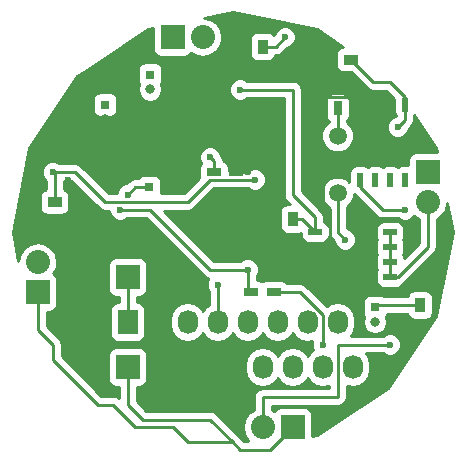
<source format=gbr>
G04 #@! TF.FileFunction,Copper,L2,Bot,Signal*
%FSLAX46Y46*%
G04 Gerber Fmt 4.6, Leading zero omitted, Abs format (unit mm)*
G04 Created by KiCad (PCBNEW 4.0.3+e1-6302~38~ubuntu16.04.1-stable) date Mon Aug 29 22:27:36 2016*
%MOMM*%
%LPD*%
G01*
G04 APERTURE LIST*
%ADD10C,0.100000*%
%ADD11C,1.501140*%
%ADD12R,1.200000X0.750000*%
%ADD13R,0.750000X1.200000*%
%ADD14R,1.727200X2.032000*%
%ADD15O,1.727200X2.032000*%
%ADD16R,0.800000X0.800000*%
%ADD17O,0.800000X0.800000*%
%ADD18R,0.797560X0.797560*%
%ADD19R,2.032000X2.032000*%
%ADD20O,2.032000X2.032000*%
%ADD21R,1.143000X0.508000*%
%ADD22R,0.508000X1.143000*%
%ADD23R,0.900000X1.200000*%
%ADD24R,1.200000X0.900000*%
%ADD25C,0.600000*%
%ADD26C,0.250000*%
%ADD27C,0.254000*%
G04 APERTURE END LIST*
D10*
D11*
X88900000Y-80545940D03*
X88900000Y-75664060D03*
D12*
X78425000Y-78740000D03*
X80325000Y-78740000D03*
D13*
X88900000Y-71440000D03*
X88900000Y-73340000D03*
D12*
X83500000Y-88900000D03*
X81600000Y-88900000D03*
D14*
X71120000Y-91440000D03*
D15*
X73660000Y-91440000D03*
X76200000Y-91440000D03*
X78740000Y-91440000D03*
X81280000Y-91440000D03*
X83820000Y-91440000D03*
X86360000Y-91440000D03*
X88900000Y-91440000D03*
D14*
X77470000Y-95250000D03*
D15*
X80010000Y-95250000D03*
X82550000Y-95250000D03*
X85090000Y-95250000D03*
X87630000Y-95250000D03*
X90170000Y-95250000D03*
D16*
X73025000Y-70485000D03*
D17*
X73025000Y-71735000D03*
D16*
X69215000Y-73025000D03*
D17*
X69215000Y-74275000D03*
D18*
X72910700Y-80010000D03*
X74409300Y-80010000D03*
D19*
X63500000Y-88900000D03*
D20*
X63500000Y-86360000D03*
D19*
X74930000Y-67310000D03*
D20*
X77470000Y-67310000D03*
D19*
X96520000Y-78740000D03*
D20*
X96520000Y-81280000D03*
D19*
X85090000Y-100330000D03*
D20*
X82550000Y-100330000D03*
D19*
X71120000Y-87630000D03*
D20*
X73660000Y-87630000D03*
D19*
X71120000Y-95250000D03*
D20*
X73660000Y-95250000D03*
D21*
X93345000Y-87630000D03*
X93345000Y-86360000D03*
X93345000Y-85090000D03*
X93345000Y-83820000D03*
X86995000Y-83820000D03*
X86995000Y-85090000D03*
X86995000Y-86360000D03*
X86995000Y-87630000D03*
D22*
X90805000Y-79375000D03*
X92075000Y-79375000D03*
X93345000Y-79375000D03*
X94615000Y-79375000D03*
X94615000Y-73025000D03*
X93345000Y-73025000D03*
X92075000Y-73025000D03*
X90805000Y-73025000D03*
D23*
X95885000Y-90000000D03*
X95885000Y-87800000D03*
D24*
X67140000Y-81280000D03*
X64940000Y-81280000D03*
D23*
X82550000Y-70315000D03*
X82550000Y-68115000D03*
X85090000Y-84920000D03*
X85090000Y-82720000D03*
D24*
X87800000Y-69215000D03*
X90000000Y-69215000D03*
D16*
X92075000Y-90170000D03*
D17*
X92075000Y-91420000D03*
D25*
X89535000Y-84455000D03*
X78105000Y-82550000D03*
X75565000Y-80010000D03*
X90805000Y-88900000D03*
X81280000Y-78740000D03*
X88265000Y-88900000D03*
X86360000Y-72390000D03*
X66040000Y-79375000D03*
X83820000Y-70485000D03*
X86995000Y-76835000D03*
X75184000Y-77724000D03*
X78105000Y-77470000D03*
X87630000Y-93345000D03*
X70485000Y-81915000D03*
X81280000Y-86995000D03*
X81915000Y-79375000D03*
X64770000Y-78740000D03*
X84455000Y-67310000D03*
X80645000Y-71755000D03*
X93980000Y-74930000D03*
X78740000Y-88265000D03*
X71120000Y-80645000D03*
X93345000Y-93345000D03*
X94615000Y-81915000D03*
D26*
X88900000Y-80545940D02*
X88900000Y-83820000D01*
X88900000Y-83820000D02*
X89535000Y-84455000D01*
X88900000Y-73340000D02*
X88900000Y-75664060D01*
X71120000Y-87630000D02*
X71120000Y-91440000D01*
X86995000Y-86360000D02*
X86995000Y-87630000D01*
X74409300Y-80010000D02*
X75565000Y-80010000D01*
X82550000Y-82550000D02*
X84920000Y-84920000D01*
X78105000Y-82550000D02*
X82550000Y-82550000D01*
X84920000Y-84920000D02*
X85090000Y-84920000D01*
X95885000Y-87800000D02*
X95080000Y-87800000D01*
X93980000Y-88900000D02*
X90805000Y-88900000D01*
X95080000Y-87800000D02*
X93980000Y-88900000D01*
X81280000Y-78740000D02*
X80325000Y-78740000D01*
X75184000Y-77724000D02*
X75184000Y-79235300D01*
X75184000Y-79235300D02*
X74409300Y-80010000D01*
X87800000Y-69215000D02*
X87800000Y-70340000D01*
X87800000Y-70340000D02*
X88900000Y-71440000D01*
X88265000Y-88900000D02*
X86995000Y-87630000D01*
X88900000Y-71440000D02*
X89220000Y-71440000D01*
X89220000Y-71440000D02*
X90805000Y-73025000D01*
X86360000Y-72390000D02*
X86360000Y-73025000D01*
X86995000Y-73660000D02*
X86995000Y-76835000D01*
X86360000Y-73025000D02*
X86995000Y-73660000D01*
X92075000Y-73025000D02*
X93345000Y-73025000D01*
X93345000Y-73025000D02*
X90805000Y-73025000D01*
X90805000Y-73025000D02*
X90170000Y-72390000D01*
X90170000Y-72390000D02*
X86360000Y-72390000D01*
X85090000Y-84920000D02*
X85090000Y-85725000D01*
X85090000Y-85725000D02*
X86995000Y-87630000D01*
X86995000Y-85090000D02*
X86995000Y-87630000D01*
X86995000Y-76835000D02*
X86995000Y-78105000D01*
X86995000Y-78105000D02*
X87630000Y-78740000D01*
X87630000Y-78740000D02*
X87630000Y-81280000D01*
X87630000Y-81280000D02*
X88265000Y-81915000D01*
X88265000Y-81915000D02*
X88265000Y-84455000D01*
X88265000Y-84455000D02*
X87630000Y-85090000D01*
X87630000Y-85090000D02*
X86995000Y-85090000D01*
X67140000Y-81280000D02*
X67140000Y-80475000D01*
X67140000Y-80475000D02*
X66040000Y-79375000D01*
X82550000Y-70315000D02*
X83650000Y-70315000D01*
X83650000Y-70315000D02*
X83820000Y-70485000D01*
X69215000Y-74275000D02*
X73767000Y-74275000D01*
X75184000Y-75692000D02*
X75184000Y-77724000D01*
X73767000Y-74275000D02*
X75184000Y-75692000D01*
X73660000Y-95250000D02*
X80010000Y-95250000D01*
X73660000Y-87630000D02*
X73660000Y-95250000D01*
X78425000Y-77790000D02*
X78425000Y-78740000D01*
X78105000Y-77470000D02*
X78425000Y-77790000D01*
X83500000Y-88900000D02*
X85725000Y-88900000D01*
X87630000Y-90805000D02*
X87630000Y-93345000D01*
X85725000Y-88900000D02*
X87630000Y-90805000D01*
X81280000Y-86995000D02*
X81280000Y-88580000D01*
X81280000Y-88580000D02*
X81600000Y-88900000D01*
X73025000Y-81915000D02*
X70485000Y-81915000D01*
X78105000Y-86995000D02*
X73025000Y-81915000D01*
X81280000Y-86995000D02*
X78105000Y-86995000D01*
X64770000Y-78740000D02*
X66675000Y-78740000D01*
X78105000Y-79375000D02*
X81915000Y-79375000D01*
X76200000Y-81280000D02*
X78105000Y-79375000D01*
X69215000Y-81280000D02*
X76200000Y-81280000D01*
X66675000Y-78740000D02*
X69215000Y-81280000D01*
X64940000Y-81280000D02*
X64940000Y-78910000D01*
X64940000Y-78910000D02*
X64770000Y-78740000D01*
X95885000Y-90000000D02*
X92245000Y-90000000D01*
X92245000Y-90000000D02*
X92075000Y-90170000D01*
X82550000Y-68115000D02*
X83650000Y-68115000D01*
X83650000Y-68115000D02*
X84455000Y-67310000D01*
X85090000Y-82720000D02*
X85895000Y-82720000D01*
X85895000Y-82720000D02*
X86995000Y-83820000D01*
X86995000Y-82550000D02*
X86995000Y-83820000D01*
X85090000Y-80645000D02*
X86995000Y-82550000D01*
X85090000Y-71755000D02*
X85090000Y-80645000D01*
X80645000Y-71755000D02*
X85090000Y-71755000D01*
X94615000Y-73025000D02*
X94615000Y-72390000D01*
X91905000Y-71120000D02*
X90000000Y-69215000D01*
X93345000Y-71120000D02*
X91905000Y-71120000D01*
X94615000Y-72390000D02*
X93345000Y-71120000D01*
X94615000Y-73025000D02*
X94615000Y-74295000D01*
X94615000Y-74295000D02*
X93980000Y-74930000D01*
X78740000Y-88265000D02*
X78740000Y-91440000D01*
X71120000Y-95250000D02*
X71120000Y-98425000D01*
X78105000Y-99695000D02*
X80010000Y-101600000D01*
X72390000Y-99695000D02*
X78105000Y-99695000D01*
X71120000Y-98425000D02*
X72390000Y-99695000D01*
X63500000Y-88900000D02*
X63500000Y-92075000D01*
X83185000Y-102235000D02*
X85090000Y-100330000D01*
X80645000Y-102235000D02*
X83185000Y-102235000D01*
X80010000Y-101600000D02*
X80645000Y-102235000D01*
X76200000Y-101600000D02*
X80010000Y-101600000D01*
X74930000Y-100330000D02*
X76200000Y-101600000D01*
X71755000Y-100330000D02*
X74930000Y-100330000D01*
X69850000Y-98425000D02*
X71755000Y-100330000D01*
X68580000Y-98425000D02*
X69850000Y-98425000D01*
X64770000Y-94615000D02*
X68580000Y-98425000D01*
X64770000Y-93345000D02*
X64770000Y-94615000D01*
X63500000Y-92075000D02*
X64770000Y-93345000D01*
X71755000Y-80010000D02*
X72910700Y-80010000D01*
X71120000Y-80645000D02*
X71755000Y-80010000D01*
X93345000Y-83820000D02*
X93345000Y-87630000D01*
X96520000Y-81280000D02*
X96520000Y-85090000D01*
X93980000Y-87630000D02*
X93345000Y-87630000D01*
X96520000Y-85090000D02*
X93980000Y-87630000D01*
X90805000Y-79375000D02*
X90805000Y-80010000D01*
X82550000Y-97790000D02*
X82550000Y-100330000D01*
X88900000Y-97790000D02*
X82550000Y-97790000D01*
X88900000Y-93345000D02*
X88900000Y-97790000D01*
X93345000Y-93345000D02*
X88900000Y-93345000D01*
X92710000Y-81915000D02*
X94615000Y-81915000D01*
X90805000Y-80010000D02*
X92710000Y-81915000D01*
D27*
G36*
X87138539Y-66610184D02*
X89395698Y-68118369D01*
X89164683Y-68161838D01*
X88948559Y-68300910D01*
X88803569Y-68513110D01*
X88752560Y-68765000D01*
X88752560Y-69665000D01*
X88796838Y-69900317D01*
X88935910Y-70116441D01*
X89148110Y-70261431D01*
X89400000Y-70312440D01*
X90022638Y-70312440D01*
X91367599Y-71657401D01*
X91614161Y-71822148D01*
X91905000Y-71880000D01*
X93030198Y-71880000D01*
X93713560Y-72563362D01*
X93713560Y-73596500D01*
X93757838Y-73831817D01*
X93853977Y-73981221D01*
X93840320Y-73994878D01*
X93794833Y-73994838D01*
X93451057Y-74136883D01*
X93187808Y-74399673D01*
X93045162Y-74743201D01*
X93044838Y-75115167D01*
X93186883Y-75458943D01*
X93449673Y-75722192D01*
X93793201Y-75864838D01*
X94165167Y-75865162D01*
X94508943Y-75723117D01*
X94772192Y-75460327D01*
X94914838Y-75116799D01*
X94914879Y-75069923D01*
X95152401Y-74832401D01*
X95317148Y-74585839D01*
X95375000Y-74295000D01*
X95375000Y-73980740D01*
X95391973Y-73955900D01*
X97219816Y-76691461D01*
X97296417Y-77076560D01*
X95504000Y-77076560D01*
X95268683Y-77120838D01*
X95052559Y-77259910D01*
X94907569Y-77472110D01*
X94856560Y-77724000D01*
X94856560Y-78156060D01*
X94361000Y-78156060D01*
X94125683Y-78200338D01*
X93979093Y-78294666D01*
X93850890Y-78207069D01*
X93599000Y-78156060D01*
X93091000Y-78156060D01*
X92855683Y-78200338D01*
X92709093Y-78294666D01*
X92580890Y-78207069D01*
X92329000Y-78156060D01*
X91821000Y-78156060D01*
X91585683Y-78200338D01*
X91439093Y-78294666D01*
X91310890Y-78207069D01*
X91059000Y-78156060D01*
X90551000Y-78156060D01*
X90315683Y-78200338D01*
X90099559Y-78339410D01*
X89954569Y-78551610D01*
X89903560Y-78803500D01*
X89903560Y-79590049D01*
X89685887Y-79371996D01*
X89176816Y-79160611D01*
X88625602Y-79160130D01*
X88116163Y-79370626D01*
X87726056Y-79760053D01*
X87514671Y-80269124D01*
X87514190Y-80820338D01*
X87724686Y-81329777D01*
X88114113Y-81719884D01*
X88140000Y-81730633D01*
X88140000Y-83284587D01*
X88030590Y-83114559D01*
X87818390Y-82969569D01*
X87755000Y-82956732D01*
X87755000Y-82550000D01*
X87697148Y-82259161D01*
X87532401Y-82012599D01*
X85850000Y-80330198D01*
X85850000Y-75938458D01*
X87514190Y-75938458D01*
X87724686Y-76447897D01*
X88114113Y-76838004D01*
X88623184Y-77049389D01*
X89174398Y-77049870D01*
X89683837Y-76839374D01*
X90073944Y-76449947D01*
X90285329Y-75940876D01*
X90285810Y-75389662D01*
X90075314Y-74880223D01*
X89685887Y-74490116D01*
X89660000Y-74479367D01*
X89660000Y-74446844D01*
X89726441Y-74404090D01*
X89871431Y-74191890D01*
X89922440Y-73940000D01*
X89922440Y-72740000D01*
X89878162Y-72504683D01*
X89739090Y-72288559D01*
X89526890Y-72143569D01*
X89275000Y-72092560D01*
X88525000Y-72092560D01*
X88289683Y-72136838D01*
X88073559Y-72275910D01*
X87928569Y-72488110D01*
X87877560Y-72740000D01*
X87877560Y-73940000D01*
X87921838Y-74175317D01*
X88060910Y-74391441D01*
X88140000Y-74445481D01*
X88140000Y-74478897D01*
X88116163Y-74488746D01*
X87726056Y-74878173D01*
X87514671Y-75387244D01*
X87514190Y-75938458D01*
X85850000Y-75938458D01*
X85850000Y-71755000D01*
X85792148Y-71464161D01*
X85627401Y-71217599D01*
X85380839Y-71052852D01*
X85090000Y-70995000D01*
X81207463Y-70995000D01*
X81175327Y-70962808D01*
X80831799Y-70820162D01*
X80459833Y-70819838D01*
X80116057Y-70961883D01*
X79852808Y-71224673D01*
X79710162Y-71568201D01*
X79709838Y-71940167D01*
X79851883Y-72283943D01*
X80114673Y-72547192D01*
X80458201Y-72689838D01*
X80830167Y-72690162D01*
X81173943Y-72548117D01*
X81207118Y-72515000D01*
X84330000Y-72515000D01*
X84330000Y-80645000D01*
X84387852Y-80935839D01*
X84552599Y-81182401D01*
X84842758Y-81472560D01*
X84640000Y-81472560D01*
X84404683Y-81516838D01*
X84188559Y-81655910D01*
X84043569Y-81868110D01*
X83992560Y-82120000D01*
X83992560Y-83320000D01*
X84036838Y-83555317D01*
X84175910Y-83771441D01*
X84388110Y-83916431D01*
X84640000Y-83967440D01*
X85540000Y-83967440D01*
X85775317Y-83923162D01*
X85776060Y-83922684D01*
X85776060Y-84074000D01*
X85820338Y-84309317D01*
X85959410Y-84525441D01*
X86171610Y-84670431D01*
X86423500Y-84721440D01*
X87566500Y-84721440D01*
X87801817Y-84677162D01*
X88017941Y-84538090D01*
X88162931Y-84325890D01*
X88204473Y-84120748D01*
X88362599Y-84357401D01*
X88599878Y-84594680D01*
X88599838Y-84640167D01*
X88741883Y-84983943D01*
X89004673Y-85247192D01*
X89348201Y-85389838D01*
X89720167Y-85390162D01*
X90063943Y-85248117D01*
X90327192Y-84985327D01*
X90469838Y-84641799D01*
X90470162Y-84269833D01*
X90328117Y-83926057D01*
X90065327Y-83662808D01*
X89721799Y-83520162D01*
X89674923Y-83520121D01*
X89660000Y-83505198D01*
X89660000Y-81731103D01*
X89683837Y-81721254D01*
X90073944Y-81331827D01*
X90285329Y-80822756D01*
X90285554Y-80565356D01*
X92172599Y-82452401D01*
X92419161Y-82617148D01*
X92710000Y-82675000D01*
X94052537Y-82675000D01*
X94084673Y-82707192D01*
X94428201Y-82849838D01*
X94800167Y-82850162D01*
X95143943Y-82708117D01*
X95364616Y-82487829D01*
X95760000Y-82752016D01*
X95760000Y-84775198D01*
X94542602Y-85992596D01*
X94519662Y-85870683D01*
X94425334Y-85724093D01*
X94512931Y-85595890D01*
X94563940Y-85344000D01*
X94563940Y-84836000D01*
X94519662Y-84600683D01*
X94425334Y-84454093D01*
X94512931Y-84325890D01*
X94563940Y-84074000D01*
X94563940Y-83566000D01*
X94519662Y-83330683D01*
X94380590Y-83114559D01*
X94168390Y-82969569D01*
X93916500Y-82918560D01*
X92773500Y-82918560D01*
X92538183Y-82962838D01*
X92322059Y-83101910D01*
X92177069Y-83314110D01*
X92126060Y-83566000D01*
X92126060Y-84074000D01*
X92170338Y-84309317D01*
X92264666Y-84455907D01*
X92177069Y-84584110D01*
X92126060Y-84836000D01*
X92126060Y-85344000D01*
X92170338Y-85579317D01*
X92264666Y-85725907D01*
X92177069Y-85854110D01*
X92126060Y-86106000D01*
X92126060Y-86614000D01*
X92170338Y-86849317D01*
X92264666Y-86995907D01*
X92177069Y-87124110D01*
X92126060Y-87376000D01*
X92126060Y-87884000D01*
X92170338Y-88119317D01*
X92309410Y-88335441D01*
X92521610Y-88480431D01*
X92773500Y-88531440D01*
X93916500Y-88531440D01*
X94151817Y-88487162D01*
X94367941Y-88348090D01*
X94469558Y-88199369D01*
X94517401Y-88167401D01*
X97057401Y-85627401D01*
X97222148Y-85380840D01*
X97248732Y-85247192D01*
X97280000Y-85090000D01*
X97280000Y-82752016D01*
X97687433Y-82479778D01*
X98045325Y-81944155D01*
X98154984Y-81392865D01*
X98637771Y-83820000D01*
X97219816Y-90948539D01*
X93181823Y-96991823D01*
X87138539Y-101029816D01*
X86753440Y-101106417D01*
X86753440Y-99314000D01*
X86709162Y-99078683D01*
X86570090Y-98862559D01*
X86357890Y-98717569D01*
X86106000Y-98666560D01*
X84074000Y-98666560D01*
X83838683Y-98710838D01*
X83622559Y-98849910D01*
X83515767Y-99006206D01*
X83310000Y-98868717D01*
X83310000Y-98550000D01*
X88900000Y-98550000D01*
X89190839Y-98492148D01*
X89437401Y-98327401D01*
X89602148Y-98080839D01*
X89660000Y-97790000D01*
X89660000Y-96831900D01*
X90170000Y-96933345D01*
X90743489Y-96819271D01*
X91229670Y-96494415D01*
X91554526Y-96008234D01*
X91668600Y-95434745D01*
X91668600Y-95065255D01*
X91554526Y-94491766D01*
X91296097Y-94105000D01*
X92782537Y-94105000D01*
X92814673Y-94137192D01*
X93158201Y-94279838D01*
X93530167Y-94280162D01*
X93873943Y-94138117D01*
X94137192Y-93875327D01*
X94279838Y-93531799D01*
X94280162Y-93159833D01*
X94138117Y-92816057D01*
X93875327Y-92552808D01*
X93531799Y-92410162D01*
X93159833Y-92409838D01*
X92816057Y-92551883D01*
X92782882Y-92585000D01*
X90026097Y-92585000D01*
X90284526Y-92198234D01*
X90398600Y-91624745D01*
X90398600Y-91255255D01*
X90284526Y-90681766D01*
X89959670Y-90195585D01*
X89473489Y-89870729D01*
X88967090Y-89770000D01*
X91027560Y-89770000D01*
X91027560Y-90570000D01*
X91071838Y-90805317D01*
X91159881Y-90942140D01*
X91118785Y-91003646D01*
X91040000Y-91399723D01*
X91040000Y-91440277D01*
X91118785Y-91836354D01*
X91343144Y-92172133D01*
X91678923Y-92396492D01*
X92075000Y-92475277D01*
X92471077Y-92396492D01*
X92806856Y-92172133D01*
X93031215Y-91836354D01*
X93110000Y-91440277D01*
X93110000Y-91399723D01*
X93031215Y-91003646D01*
X92989698Y-90941511D01*
X93071431Y-90821890D01*
X93083964Y-90760000D01*
X94817666Y-90760000D01*
X94831838Y-90835317D01*
X94970910Y-91051441D01*
X95183110Y-91196431D01*
X95435000Y-91247440D01*
X96335000Y-91247440D01*
X96570317Y-91203162D01*
X96786441Y-91064090D01*
X96931431Y-90851890D01*
X96982440Y-90600000D01*
X96982440Y-89400000D01*
X96938162Y-89164683D01*
X96799090Y-88948559D01*
X96586890Y-88803569D01*
X96335000Y-88752560D01*
X95435000Y-88752560D01*
X95199683Y-88796838D01*
X94983559Y-88935910D01*
X94838569Y-89148110D01*
X94819961Y-89240000D01*
X92824115Y-89240000D01*
X92726890Y-89173569D01*
X92475000Y-89122560D01*
X91675000Y-89122560D01*
X91439683Y-89166838D01*
X91223559Y-89305910D01*
X91078569Y-89518110D01*
X91027560Y-89770000D01*
X88967090Y-89770000D01*
X88900000Y-89756655D01*
X88326511Y-89870729D01*
X87993225Y-90093423D01*
X86262401Y-88362599D01*
X86015839Y-88197852D01*
X85725000Y-88140000D01*
X84606844Y-88140000D01*
X84564090Y-88073559D01*
X84351890Y-87928569D01*
X84100000Y-87877560D01*
X82900000Y-87877560D01*
X82664683Y-87921838D01*
X82550022Y-87995620D01*
X82451890Y-87928569D01*
X82200000Y-87877560D01*
X82040000Y-87877560D01*
X82040000Y-87557463D01*
X82072192Y-87525327D01*
X82214838Y-87181799D01*
X82215162Y-86809833D01*
X82073117Y-86466057D01*
X81810327Y-86202808D01*
X81466799Y-86060162D01*
X81094833Y-86059838D01*
X80751057Y-86201883D01*
X80717882Y-86235000D01*
X78419802Y-86235000D01*
X74224802Y-82040000D01*
X76200000Y-82040000D01*
X76490839Y-81982148D01*
X76737401Y-81817401D01*
X78419802Y-80135000D01*
X81352537Y-80135000D01*
X81384673Y-80167192D01*
X81728201Y-80309838D01*
X82100167Y-80310162D01*
X82443943Y-80168117D01*
X82707192Y-79905327D01*
X82849838Y-79561799D01*
X82850162Y-79189833D01*
X82708117Y-78846057D01*
X82445327Y-78582808D01*
X82101799Y-78440162D01*
X81729833Y-78439838D01*
X81386057Y-78581883D01*
X81352882Y-78615000D01*
X79672440Y-78615000D01*
X79672440Y-78365000D01*
X79628162Y-78129683D01*
X79489090Y-77913559D01*
X79276890Y-77768569D01*
X79176701Y-77748280D01*
X79170591Y-77717560D01*
X79127148Y-77499160D01*
X79040089Y-77368867D01*
X79040162Y-77284833D01*
X78898117Y-76941057D01*
X78635327Y-76677808D01*
X78291799Y-76535162D01*
X77919833Y-76534838D01*
X77576057Y-76676883D01*
X77312808Y-76939673D01*
X77170162Y-77283201D01*
X77169838Y-77655167D01*
X77309883Y-77994103D01*
X77228569Y-78113110D01*
X77177560Y-78365000D01*
X77177560Y-79115000D01*
X77195398Y-79209800D01*
X75885198Y-80520000D01*
X73934397Y-80520000D01*
X73956920Y-80408780D01*
X73956920Y-79611220D01*
X73912642Y-79375903D01*
X73773570Y-79159779D01*
X73561370Y-79014789D01*
X73309480Y-78963780D01*
X72511920Y-78963780D01*
X72276603Y-79008058D01*
X72060479Y-79147130D01*
X71990191Y-79250000D01*
X71755000Y-79250000D01*
X71464161Y-79307852D01*
X71217599Y-79472599D01*
X70980320Y-79709878D01*
X70934833Y-79709838D01*
X70591057Y-79851883D01*
X70327808Y-80114673D01*
X70185162Y-80458201D01*
X70185108Y-80520000D01*
X69529802Y-80520000D01*
X67212401Y-78202599D01*
X66965839Y-78037852D01*
X66675000Y-77980000D01*
X65332463Y-77980000D01*
X65300327Y-77947808D01*
X64956799Y-77805162D01*
X64584833Y-77804838D01*
X64241057Y-77946883D01*
X63977808Y-78209673D01*
X63835162Y-78553201D01*
X63834838Y-78925167D01*
X63976883Y-79268943D01*
X64180000Y-79472415D01*
X64180000Y-80212666D01*
X64104683Y-80226838D01*
X63888559Y-80365910D01*
X63743569Y-80578110D01*
X63692560Y-80830000D01*
X63692560Y-81730000D01*
X63736838Y-81965317D01*
X63875910Y-82181441D01*
X64088110Y-82326431D01*
X64340000Y-82377440D01*
X65540000Y-82377440D01*
X65775317Y-82333162D01*
X65991441Y-82194090D01*
X66136431Y-81981890D01*
X66187440Y-81730000D01*
X66187440Y-80830000D01*
X66143162Y-80594683D01*
X66004090Y-80378559D01*
X65791890Y-80233569D01*
X65700000Y-80214961D01*
X65700000Y-79500000D01*
X66360198Y-79500000D01*
X68677599Y-81817401D01*
X68924160Y-81982148D01*
X68972414Y-81991746D01*
X69215000Y-82040000D01*
X69549890Y-82040000D01*
X69549838Y-82100167D01*
X69691883Y-82443943D01*
X69954673Y-82707192D01*
X70298201Y-82849838D01*
X70670167Y-82850162D01*
X71013943Y-82708117D01*
X71047118Y-82675000D01*
X72710198Y-82675000D01*
X77567599Y-87532401D01*
X77814161Y-87697148D01*
X77956947Y-87725550D01*
X77947808Y-87734673D01*
X77805162Y-88078201D01*
X77804838Y-88450167D01*
X77946883Y-88793943D01*
X77980000Y-88827118D01*
X77980000Y-89995352D01*
X77680330Y-90195585D01*
X77470000Y-90510366D01*
X77259670Y-90195585D01*
X76773489Y-89870729D01*
X76200000Y-89756655D01*
X75626511Y-89870729D01*
X75140330Y-90195585D01*
X74815474Y-90681766D01*
X74701400Y-91255255D01*
X74701400Y-91624745D01*
X74815474Y-92198234D01*
X75140330Y-92684415D01*
X75626511Y-93009271D01*
X76200000Y-93123345D01*
X76773489Y-93009271D01*
X77259670Y-92684415D01*
X77470000Y-92369634D01*
X77680330Y-92684415D01*
X78166511Y-93009271D01*
X78740000Y-93123345D01*
X79313489Y-93009271D01*
X79799670Y-92684415D01*
X80010000Y-92369634D01*
X80220330Y-92684415D01*
X80706511Y-93009271D01*
X81280000Y-93123345D01*
X81853489Y-93009271D01*
X82339670Y-92684415D01*
X82550000Y-92369634D01*
X82760330Y-92684415D01*
X83246511Y-93009271D01*
X83820000Y-93123345D01*
X84393489Y-93009271D01*
X84879670Y-92684415D01*
X85090000Y-92369634D01*
X85300330Y-92684415D01*
X85786511Y-93009271D01*
X86360000Y-93123345D01*
X86741114Y-93047537D01*
X86695162Y-93158201D01*
X86694838Y-93530167D01*
X86821838Y-93837532D01*
X86570330Y-94005585D01*
X86360000Y-94320366D01*
X86149670Y-94005585D01*
X85663489Y-93680729D01*
X85090000Y-93566655D01*
X84516511Y-93680729D01*
X84030330Y-94005585D01*
X83820000Y-94320366D01*
X83609670Y-94005585D01*
X83123489Y-93680729D01*
X82550000Y-93566655D01*
X81976511Y-93680729D01*
X81490330Y-94005585D01*
X81165474Y-94491766D01*
X81051400Y-95065255D01*
X81051400Y-95434745D01*
X81165474Y-96008234D01*
X81490330Y-96494415D01*
X81976511Y-96819271D01*
X82550000Y-96933345D01*
X83123489Y-96819271D01*
X83609670Y-96494415D01*
X83820000Y-96179634D01*
X84030330Y-96494415D01*
X84516511Y-96819271D01*
X85090000Y-96933345D01*
X85663489Y-96819271D01*
X86149670Y-96494415D01*
X86360000Y-96179634D01*
X86570330Y-96494415D01*
X87056511Y-96819271D01*
X87630000Y-96933345D01*
X88140000Y-96831900D01*
X88140000Y-97030000D01*
X82550000Y-97030000D01*
X82259161Y-97087852D01*
X82012599Y-97252599D01*
X81847852Y-97499161D01*
X81790000Y-97790000D01*
X81790000Y-98868717D01*
X81350222Y-99162567D01*
X80992330Y-99698190D01*
X80866655Y-100330000D01*
X80992330Y-100961810D01*
X81335233Y-101475000D01*
X80959802Y-101475000D01*
X78642401Y-99157599D01*
X78395839Y-98992852D01*
X78105000Y-98935000D01*
X72704802Y-98935000D01*
X71880000Y-98110198D01*
X71880000Y-96913440D01*
X72136000Y-96913440D01*
X72371317Y-96869162D01*
X72587441Y-96730090D01*
X72732431Y-96517890D01*
X72783440Y-96266000D01*
X72783440Y-94234000D01*
X72739162Y-93998683D01*
X72600090Y-93782559D01*
X72387890Y-93637569D01*
X72136000Y-93586560D01*
X70104000Y-93586560D01*
X69868683Y-93630838D01*
X69652559Y-93769910D01*
X69507569Y-93982110D01*
X69456560Y-94234000D01*
X69456560Y-96266000D01*
X69500838Y-96501317D01*
X69639910Y-96717441D01*
X69852110Y-96862431D01*
X70104000Y-96913440D01*
X70360000Y-96913440D01*
X70360000Y-97869290D01*
X70140839Y-97722852D01*
X69850000Y-97665000D01*
X68894802Y-97665000D01*
X65530000Y-94300198D01*
X65530000Y-93345000D01*
X65472148Y-93054161D01*
X65472148Y-93054160D01*
X65307401Y-92807599D01*
X64260000Y-91760198D01*
X64260000Y-90563440D01*
X64516000Y-90563440D01*
X64751317Y-90519162D01*
X64967441Y-90380090D01*
X65112431Y-90167890D01*
X65163440Y-89916000D01*
X65163440Y-87884000D01*
X65119162Y-87648683D01*
X64980090Y-87432559D01*
X64823794Y-87325767D01*
X65025325Y-87024155D01*
X65106910Y-86614000D01*
X69456560Y-86614000D01*
X69456560Y-88646000D01*
X69500838Y-88881317D01*
X69639910Y-89097441D01*
X69852110Y-89242431D01*
X70104000Y-89293440D01*
X70360000Y-89293440D01*
X70360000Y-89776560D01*
X70256400Y-89776560D01*
X70021083Y-89820838D01*
X69804959Y-89959910D01*
X69659969Y-90172110D01*
X69608960Y-90424000D01*
X69608960Y-92456000D01*
X69653238Y-92691317D01*
X69792310Y-92907441D01*
X70004510Y-93052431D01*
X70256400Y-93103440D01*
X71983600Y-93103440D01*
X72218917Y-93059162D01*
X72435041Y-92920090D01*
X72580031Y-92707890D01*
X72631040Y-92456000D01*
X72631040Y-90424000D01*
X72586762Y-90188683D01*
X72447690Y-89972559D01*
X72235490Y-89827569D01*
X71983600Y-89776560D01*
X71880000Y-89776560D01*
X71880000Y-89293440D01*
X72136000Y-89293440D01*
X72371317Y-89249162D01*
X72587441Y-89110090D01*
X72732431Y-88897890D01*
X72783440Y-88646000D01*
X72783440Y-86614000D01*
X72739162Y-86378683D01*
X72600090Y-86162559D01*
X72387890Y-86017569D01*
X72136000Y-85966560D01*
X70104000Y-85966560D01*
X69868683Y-86010838D01*
X69652559Y-86149910D01*
X69507569Y-86362110D01*
X69456560Y-86614000D01*
X65106910Y-86614000D01*
X65151000Y-86392345D01*
X65151000Y-86327655D01*
X65025325Y-85695845D01*
X64667433Y-85160222D01*
X64131810Y-84802330D01*
X63500000Y-84676655D01*
X62868190Y-84802330D01*
X62332567Y-85160222D01*
X61974675Y-85695845D01*
X61865016Y-86247135D01*
X61382229Y-83820000D01*
X62800184Y-76691461D01*
X65517306Y-72625000D01*
X68167560Y-72625000D01*
X68167560Y-73425000D01*
X68211838Y-73660317D01*
X68350910Y-73876441D01*
X68563110Y-74021431D01*
X68815000Y-74072440D01*
X69615000Y-74072440D01*
X69850317Y-74028162D01*
X70066441Y-73889090D01*
X70211431Y-73676890D01*
X70262440Y-73425000D01*
X70262440Y-72625000D01*
X70218162Y-72389683D01*
X70079090Y-72173559D01*
X69866890Y-72028569D01*
X69615000Y-71977560D01*
X68815000Y-71977560D01*
X68579683Y-72021838D01*
X68363559Y-72160910D01*
X68218569Y-72373110D01*
X68167560Y-72625000D01*
X65517306Y-72625000D01*
X66838177Y-70648177D01*
X67681031Y-70085000D01*
X71977560Y-70085000D01*
X71977560Y-70885000D01*
X72021838Y-71120317D01*
X72109881Y-71257140D01*
X72068785Y-71318646D01*
X71990000Y-71714723D01*
X71990000Y-71755277D01*
X72068785Y-72151354D01*
X72293144Y-72487133D01*
X72628923Y-72711492D01*
X73025000Y-72790277D01*
X73421077Y-72711492D01*
X73756856Y-72487133D01*
X73981215Y-72151354D01*
X74060000Y-71755277D01*
X74060000Y-71714723D01*
X73981215Y-71318646D01*
X73939698Y-71256511D01*
X74021431Y-71136890D01*
X74072440Y-70885000D01*
X74072440Y-70085000D01*
X74028162Y-69849683D01*
X73889090Y-69633559D01*
X73676890Y-69488569D01*
X73425000Y-69437560D01*
X72625000Y-69437560D01*
X72389683Y-69481838D01*
X72173559Y-69620910D01*
X72028569Y-69833110D01*
X71977560Y-70085000D01*
X67681031Y-70085000D01*
X72881461Y-66610184D01*
X73266560Y-66533583D01*
X73266560Y-68326000D01*
X73310838Y-68561317D01*
X73449910Y-68777441D01*
X73662110Y-68922431D01*
X73914000Y-68973440D01*
X75946000Y-68973440D01*
X76181317Y-68929162D01*
X76397441Y-68790090D01*
X76504233Y-68633794D01*
X76805845Y-68835325D01*
X77437655Y-68961000D01*
X77502345Y-68961000D01*
X78134155Y-68835325D01*
X78669778Y-68477433D01*
X79027670Y-67941810D01*
X79112567Y-67515000D01*
X81452560Y-67515000D01*
X81452560Y-68715000D01*
X81496838Y-68950317D01*
X81635910Y-69166441D01*
X81848110Y-69311431D01*
X82100000Y-69362440D01*
X83000000Y-69362440D01*
X83235317Y-69318162D01*
X83451441Y-69179090D01*
X83596431Y-68966890D01*
X83615039Y-68875000D01*
X83650000Y-68875000D01*
X83940839Y-68817148D01*
X84187401Y-68652401D01*
X84594680Y-68245122D01*
X84640167Y-68245162D01*
X84983943Y-68103117D01*
X85247192Y-67840327D01*
X85389838Y-67496799D01*
X85390162Y-67124833D01*
X85248117Y-66781057D01*
X84985327Y-66517808D01*
X84641799Y-66375162D01*
X84269833Y-66374838D01*
X83926057Y-66516883D01*
X83662808Y-66779673D01*
X83520162Y-67123201D01*
X83520138Y-67150660D01*
X83464090Y-67063559D01*
X83251890Y-66918569D01*
X83000000Y-66867560D01*
X82100000Y-66867560D01*
X81864683Y-66911838D01*
X81648559Y-67050910D01*
X81503569Y-67263110D01*
X81452560Y-67515000D01*
X79112567Y-67515000D01*
X79153345Y-67310000D01*
X79027670Y-66678190D01*
X78669778Y-66142567D01*
X78134155Y-65784675D01*
X77582865Y-65675016D01*
X80010000Y-65192229D01*
X87138539Y-66610184D01*
X87138539Y-66610184D01*
G37*
X87138539Y-66610184D02*
X89395698Y-68118369D01*
X89164683Y-68161838D01*
X88948559Y-68300910D01*
X88803569Y-68513110D01*
X88752560Y-68765000D01*
X88752560Y-69665000D01*
X88796838Y-69900317D01*
X88935910Y-70116441D01*
X89148110Y-70261431D01*
X89400000Y-70312440D01*
X90022638Y-70312440D01*
X91367599Y-71657401D01*
X91614161Y-71822148D01*
X91905000Y-71880000D01*
X93030198Y-71880000D01*
X93713560Y-72563362D01*
X93713560Y-73596500D01*
X93757838Y-73831817D01*
X93853977Y-73981221D01*
X93840320Y-73994878D01*
X93794833Y-73994838D01*
X93451057Y-74136883D01*
X93187808Y-74399673D01*
X93045162Y-74743201D01*
X93044838Y-75115167D01*
X93186883Y-75458943D01*
X93449673Y-75722192D01*
X93793201Y-75864838D01*
X94165167Y-75865162D01*
X94508943Y-75723117D01*
X94772192Y-75460327D01*
X94914838Y-75116799D01*
X94914879Y-75069923D01*
X95152401Y-74832401D01*
X95317148Y-74585839D01*
X95375000Y-74295000D01*
X95375000Y-73980740D01*
X95391973Y-73955900D01*
X97219816Y-76691461D01*
X97296417Y-77076560D01*
X95504000Y-77076560D01*
X95268683Y-77120838D01*
X95052559Y-77259910D01*
X94907569Y-77472110D01*
X94856560Y-77724000D01*
X94856560Y-78156060D01*
X94361000Y-78156060D01*
X94125683Y-78200338D01*
X93979093Y-78294666D01*
X93850890Y-78207069D01*
X93599000Y-78156060D01*
X93091000Y-78156060D01*
X92855683Y-78200338D01*
X92709093Y-78294666D01*
X92580890Y-78207069D01*
X92329000Y-78156060D01*
X91821000Y-78156060D01*
X91585683Y-78200338D01*
X91439093Y-78294666D01*
X91310890Y-78207069D01*
X91059000Y-78156060D01*
X90551000Y-78156060D01*
X90315683Y-78200338D01*
X90099559Y-78339410D01*
X89954569Y-78551610D01*
X89903560Y-78803500D01*
X89903560Y-79590049D01*
X89685887Y-79371996D01*
X89176816Y-79160611D01*
X88625602Y-79160130D01*
X88116163Y-79370626D01*
X87726056Y-79760053D01*
X87514671Y-80269124D01*
X87514190Y-80820338D01*
X87724686Y-81329777D01*
X88114113Y-81719884D01*
X88140000Y-81730633D01*
X88140000Y-83284587D01*
X88030590Y-83114559D01*
X87818390Y-82969569D01*
X87755000Y-82956732D01*
X87755000Y-82550000D01*
X87697148Y-82259161D01*
X87532401Y-82012599D01*
X85850000Y-80330198D01*
X85850000Y-75938458D01*
X87514190Y-75938458D01*
X87724686Y-76447897D01*
X88114113Y-76838004D01*
X88623184Y-77049389D01*
X89174398Y-77049870D01*
X89683837Y-76839374D01*
X90073944Y-76449947D01*
X90285329Y-75940876D01*
X90285810Y-75389662D01*
X90075314Y-74880223D01*
X89685887Y-74490116D01*
X89660000Y-74479367D01*
X89660000Y-74446844D01*
X89726441Y-74404090D01*
X89871431Y-74191890D01*
X89922440Y-73940000D01*
X89922440Y-72740000D01*
X89878162Y-72504683D01*
X89739090Y-72288559D01*
X89526890Y-72143569D01*
X89275000Y-72092560D01*
X88525000Y-72092560D01*
X88289683Y-72136838D01*
X88073559Y-72275910D01*
X87928569Y-72488110D01*
X87877560Y-72740000D01*
X87877560Y-73940000D01*
X87921838Y-74175317D01*
X88060910Y-74391441D01*
X88140000Y-74445481D01*
X88140000Y-74478897D01*
X88116163Y-74488746D01*
X87726056Y-74878173D01*
X87514671Y-75387244D01*
X87514190Y-75938458D01*
X85850000Y-75938458D01*
X85850000Y-71755000D01*
X85792148Y-71464161D01*
X85627401Y-71217599D01*
X85380839Y-71052852D01*
X85090000Y-70995000D01*
X81207463Y-70995000D01*
X81175327Y-70962808D01*
X80831799Y-70820162D01*
X80459833Y-70819838D01*
X80116057Y-70961883D01*
X79852808Y-71224673D01*
X79710162Y-71568201D01*
X79709838Y-71940167D01*
X79851883Y-72283943D01*
X80114673Y-72547192D01*
X80458201Y-72689838D01*
X80830167Y-72690162D01*
X81173943Y-72548117D01*
X81207118Y-72515000D01*
X84330000Y-72515000D01*
X84330000Y-80645000D01*
X84387852Y-80935839D01*
X84552599Y-81182401D01*
X84842758Y-81472560D01*
X84640000Y-81472560D01*
X84404683Y-81516838D01*
X84188559Y-81655910D01*
X84043569Y-81868110D01*
X83992560Y-82120000D01*
X83992560Y-83320000D01*
X84036838Y-83555317D01*
X84175910Y-83771441D01*
X84388110Y-83916431D01*
X84640000Y-83967440D01*
X85540000Y-83967440D01*
X85775317Y-83923162D01*
X85776060Y-83922684D01*
X85776060Y-84074000D01*
X85820338Y-84309317D01*
X85959410Y-84525441D01*
X86171610Y-84670431D01*
X86423500Y-84721440D01*
X87566500Y-84721440D01*
X87801817Y-84677162D01*
X88017941Y-84538090D01*
X88162931Y-84325890D01*
X88204473Y-84120748D01*
X88362599Y-84357401D01*
X88599878Y-84594680D01*
X88599838Y-84640167D01*
X88741883Y-84983943D01*
X89004673Y-85247192D01*
X89348201Y-85389838D01*
X89720167Y-85390162D01*
X90063943Y-85248117D01*
X90327192Y-84985327D01*
X90469838Y-84641799D01*
X90470162Y-84269833D01*
X90328117Y-83926057D01*
X90065327Y-83662808D01*
X89721799Y-83520162D01*
X89674923Y-83520121D01*
X89660000Y-83505198D01*
X89660000Y-81731103D01*
X89683837Y-81721254D01*
X90073944Y-81331827D01*
X90285329Y-80822756D01*
X90285554Y-80565356D01*
X92172599Y-82452401D01*
X92419161Y-82617148D01*
X92710000Y-82675000D01*
X94052537Y-82675000D01*
X94084673Y-82707192D01*
X94428201Y-82849838D01*
X94800167Y-82850162D01*
X95143943Y-82708117D01*
X95364616Y-82487829D01*
X95760000Y-82752016D01*
X95760000Y-84775198D01*
X94542602Y-85992596D01*
X94519662Y-85870683D01*
X94425334Y-85724093D01*
X94512931Y-85595890D01*
X94563940Y-85344000D01*
X94563940Y-84836000D01*
X94519662Y-84600683D01*
X94425334Y-84454093D01*
X94512931Y-84325890D01*
X94563940Y-84074000D01*
X94563940Y-83566000D01*
X94519662Y-83330683D01*
X94380590Y-83114559D01*
X94168390Y-82969569D01*
X93916500Y-82918560D01*
X92773500Y-82918560D01*
X92538183Y-82962838D01*
X92322059Y-83101910D01*
X92177069Y-83314110D01*
X92126060Y-83566000D01*
X92126060Y-84074000D01*
X92170338Y-84309317D01*
X92264666Y-84455907D01*
X92177069Y-84584110D01*
X92126060Y-84836000D01*
X92126060Y-85344000D01*
X92170338Y-85579317D01*
X92264666Y-85725907D01*
X92177069Y-85854110D01*
X92126060Y-86106000D01*
X92126060Y-86614000D01*
X92170338Y-86849317D01*
X92264666Y-86995907D01*
X92177069Y-87124110D01*
X92126060Y-87376000D01*
X92126060Y-87884000D01*
X92170338Y-88119317D01*
X92309410Y-88335441D01*
X92521610Y-88480431D01*
X92773500Y-88531440D01*
X93916500Y-88531440D01*
X94151817Y-88487162D01*
X94367941Y-88348090D01*
X94469558Y-88199369D01*
X94517401Y-88167401D01*
X97057401Y-85627401D01*
X97222148Y-85380840D01*
X97248732Y-85247192D01*
X97280000Y-85090000D01*
X97280000Y-82752016D01*
X97687433Y-82479778D01*
X98045325Y-81944155D01*
X98154984Y-81392865D01*
X98637771Y-83820000D01*
X97219816Y-90948539D01*
X93181823Y-96991823D01*
X87138539Y-101029816D01*
X86753440Y-101106417D01*
X86753440Y-99314000D01*
X86709162Y-99078683D01*
X86570090Y-98862559D01*
X86357890Y-98717569D01*
X86106000Y-98666560D01*
X84074000Y-98666560D01*
X83838683Y-98710838D01*
X83622559Y-98849910D01*
X83515767Y-99006206D01*
X83310000Y-98868717D01*
X83310000Y-98550000D01*
X88900000Y-98550000D01*
X89190839Y-98492148D01*
X89437401Y-98327401D01*
X89602148Y-98080839D01*
X89660000Y-97790000D01*
X89660000Y-96831900D01*
X90170000Y-96933345D01*
X90743489Y-96819271D01*
X91229670Y-96494415D01*
X91554526Y-96008234D01*
X91668600Y-95434745D01*
X91668600Y-95065255D01*
X91554526Y-94491766D01*
X91296097Y-94105000D01*
X92782537Y-94105000D01*
X92814673Y-94137192D01*
X93158201Y-94279838D01*
X93530167Y-94280162D01*
X93873943Y-94138117D01*
X94137192Y-93875327D01*
X94279838Y-93531799D01*
X94280162Y-93159833D01*
X94138117Y-92816057D01*
X93875327Y-92552808D01*
X93531799Y-92410162D01*
X93159833Y-92409838D01*
X92816057Y-92551883D01*
X92782882Y-92585000D01*
X90026097Y-92585000D01*
X90284526Y-92198234D01*
X90398600Y-91624745D01*
X90398600Y-91255255D01*
X90284526Y-90681766D01*
X89959670Y-90195585D01*
X89473489Y-89870729D01*
X88967090Y-89770000D01*
X91027560Y-89770000D01*
X91027560Y-90570000D01*
X91071838Y-90805317D01*
X91159881Y-90942140D01*
X91118785Y-91003646D01*
X91040000Y-91399723D01*
X91040000Y-91440277D01*
X91118785Y-91836354D01*
X91343144Y-92172133D01*
X91678923Y-92396492D01*
X92075000Y-92475277D01*
X92471077Y-92396492D01*
X92806856Y-92172133D01*
X93031215Y-91836354D01*
X93110000Y-91440277D01*
X93110000Y-91399723D01*
X93031215Y-91003646D01*
X92989698Y-90941511D01*
X93071431Y-90821890D01*
X93083964Y-90760000D01*
X94817666Y-90760000D01*
X94831838Y-90835317D01*
X94970910Y-91051441D01*
X95183110Y-91196431D01*
X95435000Y-91247440D01*
X96335000Y-91247440D01*
X96570317Y-91203162D01*
X96786441Y-91064090D01*
X96931431Y-90851890D01*
X96982440Y-90600000D01*
X96982440Y-89400000D01*
X96938162Y-89164683D01*
X96799090Y-88948559D01*
X96586890Y-88803569D01*
X96335000Y-88752560D01*
X95435000Y-88752560D01*
X95199683Y-88796838D01*
X94983559Y-88935910D01*
X94838569Y-89148110D01*
X94819961Y-89240000D01*
X92824115Y-89240000D01*
X92726890Y-89173569D01*
X92475000Y-89122560D01*
X91675000Y-89122560D01*
X91439683Y-89166838D01*
X91223559Y-89305910D01*
X91078569Y-89518110D01*
X91027560Y-89770000D01*
X88967090Y-89770000D01*
X88900000Y-89756655D01*
X88326511Y-89870729D01*
X87993225Y-90093423D01*
X86262401Y-88362599D01*
X86015839Y-88197852D01*
X85725000Y-88140000D01*
X84606844Y-88140000D01*
X84564090Y-88073559D01*
X84351890Y-87928569D01*
X84100000Y-87877560D01*
X82900000Y-87877560D01*
X82664683Y-87921838D01*
X82550022Y-87995620D01*
X82451890Y-87928569D01*
X82200000Y-87877560D01*
X82040000Y-87877560D01*
X82040000Y-87557463D01*
X82072192Y-87525327D01*
X82214838Y-87181799D01*
X82215162Y-86809833D01*
X82073117Y-86466057D01*
X81810327Y-86202808D01*
X81466799Y-86060162D01*
X81094833Y-86059838D01*
X80751057Y-86201883D01*
X80717882Y-86235000D01*
X78419802Y-86235000D01*
X74224802Y-82040000D01*
X76200000Y-82040000D01*
X76490839Y-81982148D01*
X76737401Y-81817401D01*
X78419802Y-80135000D01*
X81352537Y-80135000D01*
X81384673Y-80167192D01*
X81728201Y-80309838D01*
X82100167Y-80310162D01*
X82443943Y-80168117D01*
X82707192Y-79905327D01*
X82849838Y-79561799D01*
X82850162Y-79189833D01*
X82708117Y-78846057D01*
X82445327Y-78582808D01*
X82101799Y-78440162D01*
X81729833Y-78439838D01*
X81386057Y-78581883D01*
X81352882Y-78615000D01*
X79672440Y-78615000D01*
X79672440Y-78365000D01*
X79628162Y-78129683D01*
X79489090Y-77913559D01*
X79276890Y-77768569D01*
X79176701Y-77748280D01*
X79170591Y-77717560D01*
X79127148Y-77499160D01*
X79040089Y-77368867D01*
X79040162Y-77284833D01*
X78898117Y-76941057D01*
X78635327Y-76677808D01*
X78291799Y-76535162D01*
X77919833Y-76534838D01*
X77576057Y-76676883D01*
X77312808Y-76939673D01*
X77170162Y-77283201D01*
X77169838Y-77655167D01*
X77309883Y-77994103D01*
X77228569Y-78113110D01*
X77177560Y-78365000D01*
X77177560Y-79115000D01*
X77195398Y-79209800D01*
X75885198Y-80520000D01*
X73934397Y-80520000D01*
X73956920Y-80408780D01*
X73956920Y-79611220D01*
X73912642Y-79375903D01*
X73773570Y-79159779D01*
X73561370Y-79014789D01*
X73309480Y-78963780D01*
X72511920Y-78963780D01*
X72276603Y-79008058D01*
X72060479Y-79147130D01*
X71990191Y-79250000D01*
X71755000Y-79250000D01*
X71464161Y-79307852D01*
X71217599Y-79472599D01*
X70980320Y-79709878D01*
X70934833Y-79709838D01*
X70591057Y-79851883D01*
X70327808Y-80114673D01*
X70185162Y-80458201D01*
X70185108Y-80520000D01*
X69529802Y-80520000D01*
X67212401Y-78202599D01*
X66965839Y-78037852D01*
X66675000Y-77980000D01*
X65332463Y-77980000D01*
X65300327Y-77947808D01*
X64956799Y-77805162D01*
X64584833Y-77804838D01*
X64241057Y-77946883D01*
X63977808Y-78209673D01*
X63835162Y-78553201D01*
X63834838Y-78925167D01*
X63976883Y-79268943D01*
X64180000Y-79472415D01*
X64180000Y-80212666D01*
X64104683Y-80226838D01*
X63888559Y-80365910D01*
X63743569Y-80578110D01*
X63692560Y-80830000D01*
X63692560Y-81730000D01*
X63736838Y-81965317D01*
X63875910Y-82181441D01*
X64088110Y-82326431D01*
X64340000Y-82377440D01*
X65540000Y-82377440D01*
X65775317Y-82333162D01*
X65991441Y-82194090D01*
X66136431Y-81981890D01*
X66187440Y-81730000D01*
X66187440Y-80830000D01*
X66143162Y-80594683D01*
X66004090Y-80378559D01*
X65791890Y-80233569D01*
X65700000Y-80214961D01*
X65700000Y-79500000D01*
X66360198Y-79500000D01*
X68677599Y-81817401D01*
X68924160Y-81982148D01*
X68972414Y-81991746D01*
X69215000Y-82040000D01*
X69549890Y-82040000D01*
X69549838Y-82100167D01*
X69691883Y-82443943D01*
X69954673Y-82707192D01*
X70298201Y-82849838D01*
X70670167Y-82850162D01*
X71013943Y-82708117D01*
X71047118Y-82675000D01*
X72710198Y-82675000D01*
X77567599Y-87532401D01*
X77814161Y-87697148D01*
X77956947Y-87725550D01*
X77947808Y-87734673D01*
X77805162Y-88078201D01*
X77804838Y-88450167D01*
X77946883Y-88793943D01*
X77980000Y-88827118D01*
X77980000Y-89995352D01*
X77680330Y-90195585D01*
X77470000Y-90510366D01*
X77259670Y-90195585D01*
X76773489Y-89870729D01*
X76200000Y-89756655D01*
X75626511Y-89870729D01*
X75140330Y-90195585D01*
X74815474Y-90681766D01*
X74701400Y-91255255D01*
X74701400Y-91624745D01*
X74815474Y-92198234D01*
X75140330Y-92684415D01*
X75626511Y-93009271D01*
X76200000Y-93123345D01*
X76773489Y-93009271D01*
X77259670Y-92684415D01*
X77470000Y-92369634D01*
X77680330Y-92684415D01*
X78166511Y-93009271D01*
X78740000Y-93123345D01*
X79313489Y-93009271D01*
X79799670Y-92684415D01*
X80010000Y-92369634D01*
X80220330Y-92684415D01*
X80706511Y-93009271D01*
X81280000Y-93123345D01*
X81853489Y-93009271D01*
X82339670Y-92684415D01*
X82550000Y-92369634D01*
X82760330Y-92684415D01*
X83246511Y-93009271D01*
X83820000Y-93123345D01*
X84393489Y-93009271D01*
X84879670Y-92684415D01*
X85090000Y-92369634D01*
X85300330Y-92684415D01*
X85786511Y-93009271D01*
X86360000Y-93123345D01*
X86741114Y-93047537D01*
X86695162Y-93158201D01*
X86694838Y-93530167D01*
X86821838Y-93837532D01*
X86570330Y-94005585D01*
X86360000Y-94320366D01*
X86149670Y-94005585D01*
X85663489Y-93680729D01*
X85090000Y-93566655D01*
X84516511Y-93680729D01*
X84030330Y-94005585D01*
X83820000Y-94320366D01*
X83609670Y-94005585D01*
X83123489Y-93680729D01*
X82550000Y-93566655D01*
X81976511Y-93680729D01*
X81490330Y-94005585D01*
X81165474Y-94491766D01*
X81051400Y-95065255D01*
X81051400Y-95434745D01*
X81165474Y-96008234D01*
X81490330Y-96494415D01*
X81976511Y-96819271D01*
X82550000Y-96933345D01*
X83123489Y-96819271D01*
X83609670Y-96494415D01*
X83820000Y-96179634D01*
X84030330Y-96494415D01*
X84516511Y-96819271D01*
X85090000Y-96933345D01*
X85663489Y-96819271D01*
X86149670Y-96494415D01*
X86360000Y-96179634D01*
X86570330Y-96494415D01*
X87056511Y-96819271D01*
X87630000Y-96933345D01*
X88140000Y-96831900D01*
X88140000Y-97030000D01*
X82550000Y-97030000D01*
X82259161Y-97087852D01*
X82012599Y-97252599D01*
X81847852Y-97499161D01*
X81790000Y-97790000D01*
X81790000Y-98868717D01*
X81350222Y-99162567D01*
X80992330Y-99698190D01*
X80866655Y-100330000D01*
X80992330Y-100961810D01*
X81335233Y-101475000D01*
X80959802Y-101475000D01*
X78642401Y-99157599D01*
X78395839Y-98992852D01*
X78105000Y-98935000D01*
X72704802Y-98935000D01*
X71880000Y-98110198D01*
X71880000Y-96913440D01*
X72136000Y-96913440D01*
X72371317Y-96869162D01*
X72587441Y-96730090D01*
X72732431Y-96517890D01*
X72783440Y-96266000D01*
X72783440Y-94234000D01*
X72739162Y-93998683D01*
X72600090Y-93782559D01*
X72387890Y-93637569D01*
X72136000Y-93586560D01*
X70104000Y-93586560D01*
X69868683Y-93630838D01*
X69652559Y-93769910D01*
X69507569Y-93982110D01*
X69456560Y-94234000D01*
X69456560Y-96266000D01*
X69500838Y-96501317D01*
X69639910Y-96717441D01*
X69852110Y-96862431D01*
X70104000Y-96913440D01*
X70360000Y-96913440D01*
X70360000Y-97869290D01*
X70140839Y-97722852D01*
X69850000Y-97665000D01*
X68894802Y-97665000D01*
X65530000Y-94300198D01*
X65530000Y-93345000D01*
X65472148Y-93054161D01*
X65472148Y-93054160D01*
X65307401Y-92807599D01*
X64260000Y-91760198D01*
X64260000Y-90563440D01*
X64516000Y-90563440D01*
X64751317Y-90519162D01*
X64967441Y-90380090D01*
X65112431Y-90167890D01*
X65163440Y-89916000D01*
X65163440Y-87884000D01*
X65119162Y-87648683D01*
X64980090Y-87432559D01*
X64823794Y-87325767D01*
X65025325Y-87024155D01*
X65106910Y-86614000D01*
X69456560Y-86614000D01*
X69456560Y-88646000D01*
X69500838Y-88881317D01*
X69639910Y-89097441D01*
X69852110Y-89242431D01*
X70104000Y-89293440D01*
X70360000Y-89293440D01*
X70360000Y-89776560D01*
X70256400Y-89776560D01*
X70021083Y-89820838D01*
X69804959Y-89959910D01*
X69659969Y-90172110D01*
X69608960Y-90424000D01*
X69608960Y-92456000D01*
X69653238Y-92691317D01*
X69792310Y-92907441D01*
X70004510Y-93052431D01*
X70256400Y-93103440D01*
X71983600Y-93103440D01*
X72218917Y-93059162D01*
X72435041Y-92920090D01*
X72580031Y-92707890D01*
X72631040Y-92456000D01*
X72631040Y-90424000D01*
X72586762Y-90188683D01*
X72447690Y-89972559D01*
X72235490Y-89827569D01*
X71983600Y-89776560D01*
X71880000Y-89776560D01*
X71880000Y-89293440D01*
X72136000Y-89293440D01*
X72371317Y-89249162D01*
X72587441Y-89110090D01*
X72732431Y-88897890D01*
X72783440Y-88646000D01*
X72783440Y-86614000D01*
X72739162Y-86378683D01*
X72600090Y-86162559D01*
X72387890Y-86017569D01*
X72136000Y-85966560D01*
X70104000Y-85966560D01*
X69868683Y-86010838D01*
X69652559Y-86149910D01*
X69507569Y-86362110D01*
X69456560Y-86614000D01*
X65106910Y-86614000D01*
X65151000Y-86392345D01*
X65151000Y-86327655D01*
X65025325Y-85695845D01*
X64667433Y-85160222D01*
X64131810Y-84802330D01*
X63500000Y-84676655D01*
X62868190Y-84802330D01*
X62332567Y-85160222D01*
X61974675Y-85695845D01*
X61865016Y-86247135D01*
X61382229Y-83820000D01*
X62800184Y-76691461D01*
X65517306Y-72625000D01*
X68167560Y-72625000D01*
X68167560Y-73425000D01*
X68211838Y-73660317D01*
X68350910Y-73876441D01*
X68563110Y-74021431D01*
X68815000Y-74072440D01*
X69615000Y-74072440D01*
X69850317Y-74028162D01*
X70066441Y-73889090D01*
X70211431Y-73676890D01*
X70262440Y-73425000D01*
X70262440Y-72625000D01*
X70218162Y-72389683D01*
X70079090Y-72173559D01*
X69866890Y-72028569D01*
X69615000Y-71977560D01*
X68815000Y-71977560D01*
X68579683Y-72021838D01*
X68363559Y-72160910D01*
X68218569Y-72373110D01*
X68167560Y-72625000D01*
X65517306Y-72625000D01*
X66838177Y-70648177D01*
X67681031Y-70085000D01*
X71977560Y-70085000D01*
X71977560Y-70885000D01*
X72021838Y-71120317D01*
X72109881Y-71257140D01*
X72068785Y-71318646D01*
X71990000Y-71714723D01*
X71990000Y-71755277D01*
X72068785Y-72151354D01*
X72293144Y-72487133D01*
X72628923Y-72711492D01*
X73025000Y-72790277D01*
X73421077Y-72711492D01*
X73756856Y-72487133D01*
X73981215Y-72151354D01*
X74060000Y-71755277D01*
X74060000Y-71714723D01*
X73981215Y-71318646D01*
X73939698Y-71256511D01*
X74021431Y-71136890D01*
X74072440Y-70885000D01*
X74072440Y-70085000D01*
X74028162Y-69849683D01*
X73889090Y-69633559D01*
X73676890Y-69488569D01*
X73425000Y-69437560D01*
X72625000Y-69437560D01*
X72389683Y-69481838D01*
X72173559Y-69620910D01*
X72028569Y-69833110D01*
X71977560Y-70085000D01*
X67681031Y-70085000D01*
X72881461Y-66610184D01*
X73266560Y-66533583D01*
X73266560Y-68326000D01*
X73310838Y-68561317D01*
X73449910Y-68777441D01*
X73662110Y-68922431D01*
X73914000Y-68973440D01*
X75946000Y-68973440D01*
X76181317Y-68929162D01*
X76397441Y-68790090D01*
X76504233Y-68633794D01*
X76805845Y-68835325D01*
X77437655Y-68961000D01*
X77502345Y-68961000D01*
X78134155Y-68835325D01*
X78669778Y-68477433D01*
X79027670Y-67941810D01*
X79112567Y-67515000D01*
X81452560Y-67515000D01*
X81452560Y-68715000D01*
X81496838Y-68950317D01*
X81635910Y-69166441D01*
X81848110Y-69311431D01*
X82100000Y-69362440D01*
X83000000Y-69362440D01*
X83235317Y-69318162D01*
X83451441Y-69179090D01*
X83596431Y-68966890D01*
X83615039Y-68875000D01*
X83650000Y-68875000D01*
X83940839Y-68817148D01*
X84187401Y-68652401D01*
X84594680Y-68245122D01*
X84640167Y-68245162D01*
X84983943Y-68103117D01*
X85247192Y-67840327D01*
X85389838Y-67496799D01*
X85390162Y-67124833D01*
X85248117Y-66781057D01*
X84985327Y-66517808D01*
X84641799Y-66375162D01*
X84269833Y-66374838D01*
X83926057Y-66516883D01*
X83662808Y-66779673D01*
X83520162Y-67123201D01*
X83520138Y-67150660D01*
X83464090Y-67063559D01*
X83251890Y-66918569D01*
X83000000Y-66867560D01*
X82100000Y-66867560D01*
X81864683Y-66911838D01*
X81648559Y-67050910D01*
X81503569Y-67263110D01*
X81452560Y-67515000D01*
X79112567Y-67515000D01*
X79153345Y-67310000D01*
X79027670Y-66678190D01*
X78669778Y-66142567D01*
X78134155Y-65784675D01*
X77582865Y-65675016D01*
X80010000Y-65192229D01*
X87138539Y-66610184D01*
M02*

</source>
